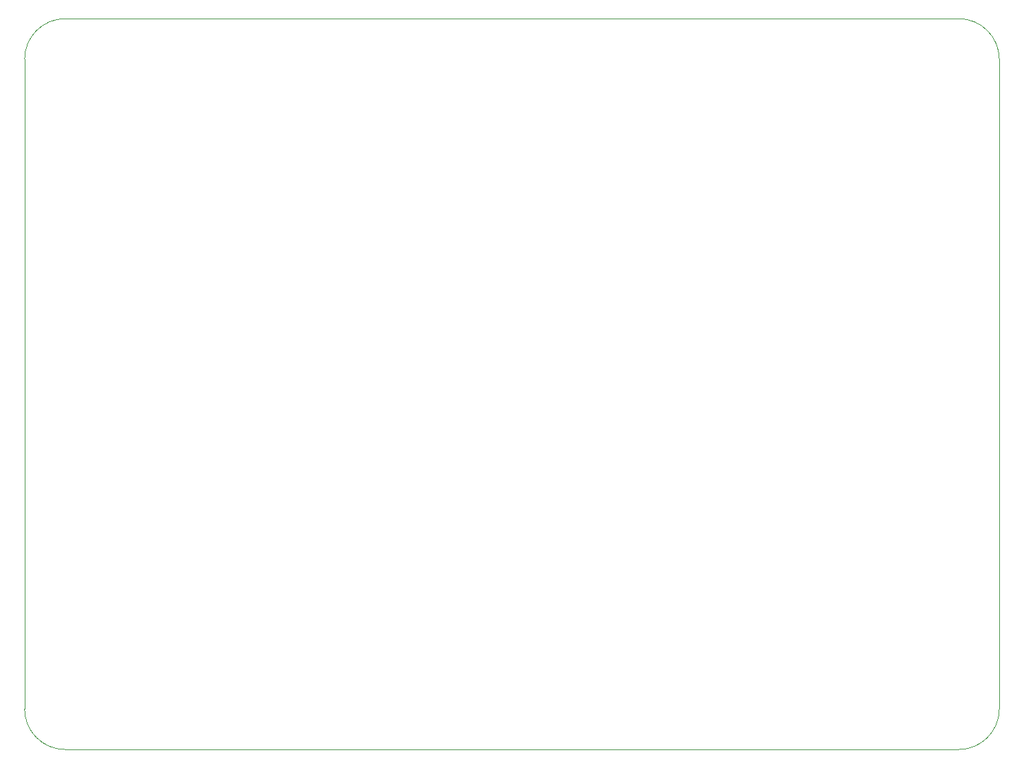
<source format=gbr>
%TF.GenerationSoftware,KiCad,Pcbnew,8.0.3*%
%TF.CreationDate,2024-07-10T23:22:52+09:00*%
%TF.ProjectId,power_6.6V,706f7765-725f-4362-9e36-562e6b696361,rev?*%
%TF.SameCoordinates,PX47868c0PY2faf080*%
%TF.FileFunction,Profile,NP*%
%FSLAX46Y46*%
G04 Gerber Fmt 4.6, Leading zero omitted, Abs format (unit mm)*
G04 Created by KiCad (PCBNEW 8.0.3) date 2024-07-10 23:22:52*
%MOMM*%
%LPD*%
G01*
G04 APERTURE LIST*
%TA.AperFunction,Profile*%
%ADD10C,0.050000*%
%TD*%
G04 APERTURE END LIST*
D10*
X120000000Y-85000000D02*
X120000000Y-5000000D01*
X115000000Y0D02*
G75*
G02*
X120000000Y-5000000I0J-5000000D01*
G01*
X5000000Y0D02*
X115000000Y0D01*
X0Y-85000000D02*
X0Y-5000000D01*
X5000000Y-90000000D02*
X115000000Y-90000000D01*
X0Y-5000000D02*
G75*
G02*
X5000000Y0I5000000J0D01*
G01*
X120000000Y-85000000D02*
G75*
G02*
X115000000Y-90000000I-5000000J0D01*
G01*
X5000000Y-90000000D02*
G75*
G02*
X0Y-85000000I0J5000000D01*
G01*
M02*

</source>
